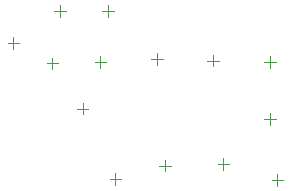
<source format=gbr>
G04*
G04 #@! TF.GenerationSoftware,Altium Limited,Altium Designer,25.3.3 (18)*
G04*
G04 Layer_Color=0*
%FSLAX44Y44*%
%MOMM*%
G71*
G04*
G04 #@! TF.SameCoordinates,BFC568DA-C1B5-42DE-8167-96A376B3F609*
G04*
G04*
G04 #@! TF.FilePolarity,Positive*
G04*
G01*
G75*
%ADD44C,0.1000*%
D44*
X411480Y1164173D02*
Y1174173D01*
X406480Y1169173D02*
X416480D01*
X534844Y1065530D02*
X544844D01*
X539843Y1060530D02*
Y1070530D01*
X584280Y1066800D02*
X594280D01*
X589280Y1061800D02*
Y1071800D01*
X444500Y1146980D02*
Y1156980D01*
X439500Y1151980D02*
X449500D01*
X497840Y1049190D02*
Y1059190D01*
X492840Y1054190D02*
X502840D01*
X623650Y1104899D02*
X633650D01*
X628651Y1099898D02*
Y1109898D01*
X575243Y1154430D02*
X585243D01*
X580243Y1149430D02*
Y1159430D01*
X480141Y1153160D02*
X490141D01*
X485141Y1148160D02*
Y1158160D01*
X635000Y1048364D02*
Y1058364D01*
X630000Y1053364D02*
X640000D01*
X528310Y1155700D02*
X538310D01*
X533310Y1150700D02*
Y1160700D01*
X464990Y1113790D02*
X474990D01*
X469990Y1108790D02*
Y1118790D01*
X445849Y1196340D02*
X455849D01*
X450849Y1191340D02*
Y1201340D01*
X623650Y1153160D02*
X633650D01*
X628650Y1148160D02*
Y1158160D01*
X486573Y1196340D02*
X496573D01*
X491573Y1191340D02*
Y1201340D01*
M02*

</source>
